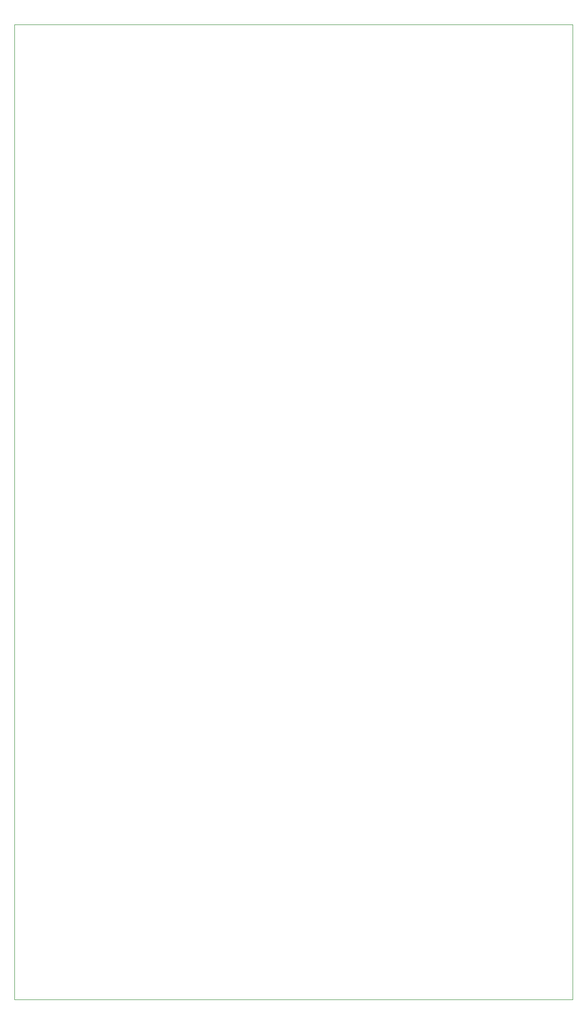
<source format=gm1>
%TF.GenerationSoftware,KiCad,Pcbnew,(6.0.6)*%
%TF.CreationDate,2022-10-07T01:34:02+08:00*%
%TF.ProjectId,7SegmentDisplay_DualLine_NoDriver_6InchesV2,37536567-6d65-46e7-9444-6973706c6179,rev?*%
%TF.SameCoordinates,Original*%
%TF.FileFunction,Profile,NP*%
%FSLAX46Y46*%
G04 Gerber Fmt 4.6, Leading zero omitted, Abs format (unit mm)*
G04 Created by KiCad (PCBNEW (6.0.6)) date 2022-10-07 01:34:02*
%MOMM*%
%LPD*%
G01*
G04 APERTURE LIST*
%TA.AperFunction,Profile*%
%ADD10C,0.100000*%
%TD*%
G04 APERTURE END LIST*
D10*
X412250000Y-186750000D02*
X313750000Y-186750000D01*
X313750000Y-186750000D02*
X313750000Y-15000000D01*
X313750000Y-15000000D02*
X412250000Y-15000000D01*
X412250000Y-15000000D02*
X412250000Y-186750000D01*
M02*

</source>
